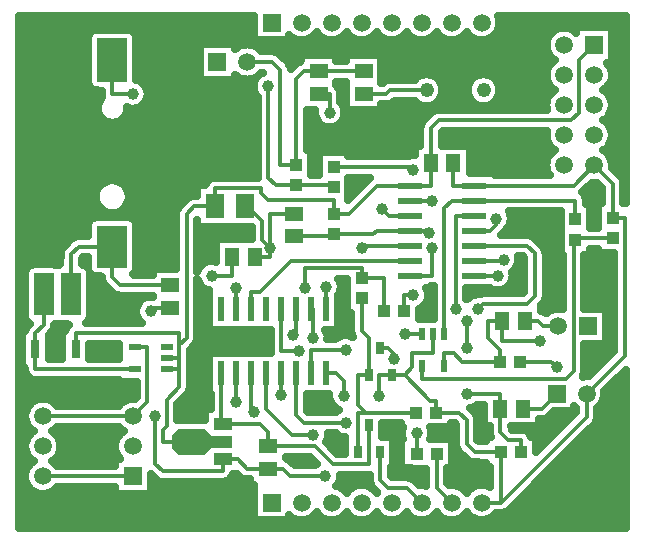
<source format=gbr>
G04 DipTrace 3.2.0.1*
G04 Top.gbr*
%MOIN*%
G04 #@! TF.FileFunction,Copper,L1,Top*
G04 #@! TF.Part,Single*
%AMOUTLINE0*
4,1,4,
0.051181,0.072047,
0.051181,-0.072047,
-0.051181,-0.072047,
-0.051181,0.072047,
0.051181,0.072047,
0*%
%AMOUTLINE3*
4,1,4,
0.051181,0.069685,
0.051181,-0.069685,
-0.051181,-0.069685,
-0.051181,0.069685,
0.051181,0.069685,
0*%
%AMOUTLINE6*
4,1,4,
0.033465,-0.070866,
-0.033465,-0.070866,
-0.033465,0.070866,
0.033465,0.070866,
0.033465,-0.070866,
0*%
%AMOUTLINE9*
4,1,4,
-0.033465,-0.070866,
0.033465,-0.070866,
0.033465,0.070866,
-0.033465,0.070866,
-0.033465,-0.070866,
0*%
%AMOUTLINE12*
4,1,10,
0.100394,0.019685,
0.033465,0.019685,
0.009843,0.043307,
-0.076772,0.043307,
-0.100394,0.019685,
-0.100394,-0.019685,
-0.076772,-0.043307,
0.009843,-0.043307,
0.033465,-0.019685,
0.100394,-0.019685,
0.100394,0.019685,
0*%
G04 #@! TA.AperFunction,Conductor*
%ADD14C,0.011811*%
G04 #@! TA.AperFunction,CopperBalancing*
%ADD15C,0.025*%
%ADD17R,0.059055X0.051181*%
%ADD18R,0.051181X0.059055*%
%ADD20R,0.061995X0.081995*%
%ADD22R,0.031496X0.062992*%
G04 #@! TA.AperFunction,ComponentPad*
%ADD23R,0.059055X0.059055*%
%ADD24C,0.059055*%
%ADD25R,0.043307X0.03937*%
%ADD26R,0.03937X0.043307*%
%ADD27R,0.07874X0.023622*%
%ADD29R,0.059055X0.03937*%
%ADD31R,0.025591X0.041339*%
%ADD33R,0.043307X0.023622*%
%ADD35R,0.023622X0.043307*%
%ADD36R,0.023622X0.07874*%
G04 #@! TA.AperFunction,ComponentPad*
%ADD37C,0.048*%
G04 #@! TA.AperFunction,ViaPad*
%ADD38C,0.03937*%
%ADD80OUTLINE0*%
%ADD83OUTLINE3*%
%ADD86OUTLINE6*%
%ADD89OUTLINE9*%
%ADD92OUTLINE12*%
%FSLAX26Y26*%
G04*
G70*
G90*
G75*
G01*
G04 Top*
%LPD*%
X1822788Y1378595D2*
D14*
Y1286073D1*
X1749951D1*
X1468701Y1249685D2*
Y1173672D1*
X1362349Y1417407D2*
X1493585D1*
Y1423467D1*
X1749951Y1436073D2*
X1812302D1*
Y1429717D1*
X1493585Y1423467D2*
X1624760D1*
X1637366Y1436073D1*
X1749951D1*
X1318701Y888236D2*
Y961073D1*
X2060977Y1339225D2*
X2057825Y1336073D1*
X1962550D1*
X1533662Y1038929D2*
X1418701D1*
Y961073D1*
X1962550Y1286073D2*
X2041295Y1286075D1*
X618677Y1223488D2*
Y1357014D1*
X644272Y1382609D1*
X756152D1*
Y1280326D1*
X781744Y1254735D1*
X949892D1*
X1893354Y1660942D2*
Y1586073D1*
X1962550D1*
X2337257Y892273D2*
Y815478D1*
X2051590Y529811D1*
X1987357D1*
X1206126Y1998407D2*
X1289921D1*
X1315512Y1972816D1*
Y1654693D1*
X1368598D1*
X1466099Y618394D2*
X1350193D1*
X1326098Y642488D1*
X1274858D1*
X1362349Y1492210D2*
X1281108D1*
Y1379722D1*
X1835486Y829780D2*
Y869154D1*
X1816019D1*
X1730406Y954767D1*
X1755996Y980357D1*
Y1027292D1*
X1824895D1*
Y1092252D1*
X2243496Y1117249D2*
X2193512D1*
X2176107Y1134654D1*
Y1135997D1*
X2130829D1*
X824906Y817302D2*
X872433Y864829D1*
Y1048318D1*
X831094D1*
X1281108Y1379722D2*
X1256110Y1404719D1*
Y1467213D1*
X1210209Y1513114D1*
Y1517207D1*
X1199866D1*
X949892Y1179932D2*
X883961D1*
Y1167434D1*
X1527756Y886583D2*
Y935481D1*
X1502163Y961073D1*
X1468701D1*
X824906Y1891666D2*
X756152D1*
Y2004656D1*
X2051590Y529811D2*
X2051591Y698543D1*
X2424738Y1477898D2*
X2464110D1*
Y1019126D1*
X2337257Y892273D1*
X2362244Y1654651D2*
X2424738Y1592157D1*
Y1477898D1*
X1962550Y1586073D2*
X2293667D1*
X2362244Y1654651D1*
X1730406Y954767D2*
X1719610D1*
Y954766D1*
X1687126D1*
X2051591Y698543D2*
X1963736D1*
X1938146Y724134D1*
Y804189D1*
X1912555Y829780D1*
X1835486D1*
X1443591Y1966971D2*
X1530299D1*
X1593575D1*
X1368598Y1654693D2*
Y1941376D1*
X1394193Y1966971D1*
X1443591D1*
X1124874Y673546D2*
Y634173D1*
X923615D1*
X898024Y659764D1*
Y817303D1*
X1274858Y642488D2*
X1205144D1*
X1174087Y673546D1*
X1124874D1*
X1281108Y1379722D2*
Y1348475D1*
X1230924D1*
X1687126Y954766D2*
X1644807D1*
Y886583D1*
X524906Y817302D2*
X824906D1*
X528126Y1223488D2*
Y1121627D1*
X499940Y1093441D1*
Y1042257D1*
Y973514D1*
X831094D1*
X2362244Y2054651D2*
X2311457Y2003864D1*
Y1829457D1*
X2285866Y1803866D1*
X1844141D1*
X1818551Y1778276D1*
Y1660942D1*
X1099866Y1517207D2*
X1029913D1*
X1004323Y1491617D1*
Y1079816D1*
X978732Y1054225D1*
Y1010916D1*
Y973514D1*
Y914334D1*
X937394Y872996D1*
Y784485D1*
X923614Y770705D1*
Y732601D1*
X1054008D1*
X978732Y1054225D2*
Y1093441D1*
X633798D1*
Y1042257D1*
X1862297Y985953D2*
Y1027292D1*
X1893795D1*
X1922669Y998417D1*
X2049682D1*
X978732Y1010916D2*
X937394D1*
X1493585Y1490396D2*
Y1537488D1*
X1276142D1*
X1250551Y1563079D1*
Y1577894D1*
X1099866D1*
Y1517207D1*
X1749951Y1586073D2*
X1639527D1*
X1543850Y1490396D1*
X1493585D1*
X1818551Y1660942D2*
Y1586073D1*
X1749951D1*
X937394Y973514D2*
X978732D1*
X937394D2*
X938886D1*
X2056026Y1135997D2*
Y1068040D1*
X2180504D1*
X2049682Y998417D2*
Y1037787D1*
X2008347Y1079123D1*
Y1135997D1*
X2056026D1*
X1481087Y1829457D2*
Y1892168D1*
X1443591D1*
X1656650Y1507921D2*
X1678497Y1486073D1*
X1749951D1*
X1803533Y1904667D2*
X1682484D1*
X1669985Y1892168D1*
X1593575D1*
X1749951Y1536073D2*
X1822788Y1536075D1*
X1118701Y961073D2*
Y791656D1*
X1124874D1*
X1274858Y717291D2*
X1430866D1*
X1490394Y657764D1*
X1612228D1*
Y789094D1*
X1124874Y791656D2*
X1249264D1*
X1274858Y766062D1*
Y717291D1*
X1087209Y1285878D2*
X1156121D1*
Y1348475D1*
X1749951Y1386073D2*
X1589032D1*
Y1378599D1*
X824906Y617302D2*
X524906D1*
X2237257Y892273D2*
X2187262Y842278D1*
X2124769D1*
X2237256Y981095D2*
X2219933Y998417D1*
X2116612D1*
X1939252Y891492D2*
X2049966D1*
Y842278D1*
X1731060Y1092252D2*
X1787493D1*
X1939252Y1046591D2*
Y1134134D1*
X2049966Y842278D2*
Y763505D1*
X2075557Y737914D1*
X2118520D1*
Y698543D1*
X2299751Y1473462D2*
Y1536073D1*
X1962550D1*
X1887888D1*
X1862297Y1510482D1*
Y1092252D1*
X2424738Y1410969D2*
X2299751D1*
Y1406533D1*
X2294283D1*
Y967078D1*
X2268693Y941488D1*
X1787493D1*
Y985953D1*
X1770370Y761040D2*
Y692294D1*
X1695988Y1008902D2*
Y1025633D1*
X1676303Y1045318D1*
X1649724D1*
X1759366Y1220394D2*
X1729247D1*
Y1167244D1*
X2035386Y1475445D2*
Y1455759D1*
X2015700Y1436073D1*
X1962550D1*
X1759492Y1639898D2*
X1750946Y1648444D1*
X1493585D1*
X1368598Y1587764D2*
X1301733D1*
X1276142Y1613355D1*
Y1917256D1*
X1493585Y1581514D2*
Y1587764D1*
X1368598D1*
X1218701Y1173672D2*
Y1232729D1*
X1250119D1*
X1353463Y1336073D1*
X1749951D1*
X1400197Y1246508D2*
Y1310979D1*
X1587325D1*
Y1279732D1*
X1168701Y1246508D2*
Y1173672D1*
X1587325Y1279732D2*
X1662318D1*
Y1167244D1*
X1768556Y829780D2*
X1600418D1*
X1574827Y855371D1*
Y954766D1*
X1612323D1*
Y1077123D1*
X1587325Y1102120D1*
Y1212803D1*
X1600418Y829780D2*
X1574827D1*
Y698543D1*
X1887357Y529811D2*
X1837299Y579869D1*
Y692294D1*
X1901670Y1173504D2*
Y1486073D1*
X1962550D1*
X1358071Y1087059D2*
X1368701Y1097689D1*
Y1173672D1*
X1379331Y1033910D2*
X1318701D1*
Y1173672D1*
X1976835Y1175370D2*
X1993520Y1192055D1*
X2139716D1*
X2165307Y1217646D1*
Y1360481D1*
X2139714Y1386073D1*
X1962550D1*
X1229331Y831028D2*
X1218701Y841658D1*
Y961073D1*
X1168701Y866524D2*
Y961073D1*
X1426729Y756662D2*
X1354366D1*
X1268701Y842327D1*
Y961073D1*
X1535457Y796032D2*
X1394291D1*
X1368701Y821622D1*
Y961073D1*
X1424843Y1079753D2*
Y1173672D1*
X1418701D1*
X1787357Y529811D2*
X1738144Y579024D1*
X1675225D1*
X1649630Y604619D1*
Y698543D1*
D38*
X1468701Y1249685D3*
X1822788Y1378595D3*
X1812302Y1429717D3*
X1318701Y888236D3*
X2060977Y1339225D3*
X1533662Y1038929D3*
X2041295Y1286075D3*
X898024Y817303D3*
X1644807Y886583D3*
X883961Y1167434D3*
X1466099Y618394D3*
X1527756Y886583D3*
X1281108Y1379722D3*
X824906Y1891666D3*
X2180504Y1068040D3*
X1481087Y1829457D3*
X1656650Y1507921D3*
X1822788Y1536075D3*
X1087209Y1285878D3*
X1589032Y1378599D3*
X2237256Y981095D3*
X1731060Y1092252D3*
X1939252Y1134134D3*
Y1046591D3*
Y891492D3*
X1695988Y1008902D3*
X1770370Y761040D3*
X1759366Y1220394D3*
X1759492Y1639898D3*
X2035386Y1475445D3*
X1276142Y1917256D3*
X1400197Y1246508D3*
X1168701D3*
X1358071Y1087059D3*
X1901670Y1173504D3*
X1379331Y1033910D3*
X1229331Y831028D3*
X1976835Y1175370D3*
X1168701Y866524D3*
X1426729Y756662D3*
X1535457Y796032D3*
X1424843Y1079753D3*
X448089Y2126608D2*
D15*
X1226082D1*
X2048559D2*
X2465306D1*
X448089Y2101739D2*
X687352D1*
X824945D2*
X1226082D1*
X2041598D2*
X2224559D1*
X2423513D2*
X2465306D1*
X448089Y2076870D2*
X673214D1*
X839083D2*
X1226082D1*
X1348638D2*
X1358989D1*
X1415742D2*
X1458970D1*
X1515751D2*
X1558979D1*
X1615724D2*
X1658989D1*
X1715734D2*
X1758998D1*
X1815743D2*
X1858971D1*
X1915716D2*
X1958980D1*
X2015725D2*
X2205325D1*
X2423513D2*
X2465306D1*
X448089Y2052001D2*
X673214D1*
X839083D2*
X1044867D1*
X1167387D2*
X1179504D1*
X1232768D2*
X2201019D1*
X2423513D2*
X2465306D1*
X448089Y2027133D2*
X673214D1*
X839083D2*
X1044867D1*
X1312682D2*
X2207801D1*
X2423513D2*
X2465306D1*
X448089Y2002264D2*
X673214D1*
X839083D2*
X1044867D1*
X1338268D2*
X1382322D1*
X1504878D2*
X1532282D1*
X1654838D2*
X2225277D1*
X2423513D2*
X2465306D1*
X448089Y1977395D2*
X673214D1*
X839083D2*
X1044867D1*
X1654838D2*
X2205541D1*
X2418956D2*
X2465306D1*
X448089Y1952526D2*
X673214D1*
X839083D2*
X1044867D1*
X1654838D2*
X1777693D1*
X1829379D2*
X1967700D1*
X2019386D2*
X2201019D1*
X2423477D2*
X2465306D1*
X448089Y1927657D2*
X673645D1*
X860542D2*
X1225831D1*
X1504878D2*
X1532282D1*
X1854067D2*
X1943012D1*
X2044074D2*
X2207550D1*
X2416946D2*
X2465306D1*
X448089Y1902789D2*
X718500D1*
X875075D2*
X1226907D1*
X1517115D2*
X1532282D1*
X1859234D2*
X1937809D1*
X2049241D2*
X2226030D1*
X2398466D2*
X2465306D1*
X448089Y1877920D2*
X717998D1*
X874357D2*
X1238498D1*
X1518729D2*
X1532282D1*
X1852093D2*
X1944986D1*
X2042064D2*
X2205756D1*
X2418705D2*
X2465306D1*
X448089Y1853051D2*
X705474D1*
X857456D2*
X1238498D1*
X1654838D2*
X1787956D1*
X1819116D2*
X1977963D1*
X2009123D2*
X2200983D1*
X2423513D2*
X2465306D1*
X448089Y1828182D2*
X707483D1*
X804814D2*
X1238498D1*
X1406268D2*
X1429653D1*
X1532509D2*
X1816233D1*
X2417234D2*
X2465306D1*
X448089Y1803314D2*
X727112D1*
X785185D2*
X1238498D1*
X1406268D2*
X1437224D1*
X1524937D2*
X1791365D1*
X2397713D2*
X2465306D1*
X448089Y1778445D2*
X1238498D1*
X1406268D2*
X1780887D1*
X2418489D2*
X2465306D1*
X448089Y1753576D2*
X1238498D1*
X1406268D2*
X1780887D1*
X1856220D2*
X2200983D1*
X2423513D2*
X2465306D1*
X448089Y1728707D2*
X1238498D1*
X1406268D2*
X1780887D1*
X1856220D2*
X2207012D1*
X2417485D2*
X2465306D1*
X448089Y1703839D2*
X1238498D1*
X1420048D2*
X1761223D1*
X1950703D2*
X2227574D1*
X2396923D2*
X2465306D1*
X448089Y1678970D2*
X1238498D1*
X1420048D2*
X1442140D1*
X1950703D2*
X2206222D1*
X2418238D2*
X2465306D1*
X448089Y1654101D2*
X1238498D1*
X1420048D2*
X1442140D1*
X1950703D2*
X2200983D1*
X2423513D2*
X2465306D1*
X448089Y1629232D2*
X1238498D1*
X1420048D2*
X1442140D1*
X1950703D2*
X2206761D1*
X2439876D2*
X2465306D1*
X448089Y1604364D2*
X1074220D1*
X1545033D2*
X1605593D1*
X448089Y1579495D2*
X707986D1*
X804311D2*
X1037116D1*
X1545033D2*
X1580725D1*
X2339293D2*
X2385177D1*
X448089Y1554626D2*
X699087D1*
X813210D2*
X1037116D1*
X1545033D2*
X1555857D1*
X2332116D2*
X2387079D1*
X448089Y1529757D2*
X702352D1*
X809945D2*
X990251D1*
X2337391D2*
X2387079D1*
X448089Y1504888D2*
X721263D1*
X791034D2*
X969259D1*
X2351171D2*
X2373299D1*
X448089Y1480020D2*
X693166D1*
X819131D2*
X966675D1*
X2086597D2*
X2248315D1*
X2351171D2*
X2373299D1*
X448089Y1455151D2*
X673358D1*
X838939D2*
X966675D1*
X2082398D2*
X2248315D1*
X2351171D2*
X2373299D1*
X448089Y1430282D2*
X673214D1*
X839083D2*
X966675D1*
X1041972D2*
X1218474D1*
X2062124D2*
X2248315D1*
X448089Y1405413D2*
X614866D1*
X839083D2*
X966675D1*
X1041972D2*
X1098765D1*
X2172575D2*
X2248315D1*
X448089Y1380545D2*
X590070D1*
X839083D2*
X966675D1*
X1041972D2*
X1098765D1*
X2196689D2*
X2248315D1*
X448089Y1355676D2*
X581028D1*
X839083D2*
X966675D1*
X1041972D2*
X1098765D1*
X2202969D2*
X2248315D1*
X2351171D2*
X2426444D1*
X448089Y1330807D2*
X581028D1*
X656325D2*
X673214D1*
X839083D2*
X966675D1*
X1041972D2*
X1065321D1*
X2111680D2*
X2127636D1*
X2202969D2*
X2256640D1*
X2331937D2*
X2426444D1*
X448089Y1305938D2*
X465301D1*
X838222D2*
X888627D1*
X2099336D2*
X2127636D1*
X2202969D2*
X2256640D1*
X2331937D2*
X2426444D1*
X448089Y1281070D2*
X462897D1*
X683884D2*
X718500D1*
X2092482D2*
X2127636D1*
X2202969D2*
X2256640D1*
X2331937D2*
X2426444D1*
X448089Y1256201D2*
X462897D1*
X683884D2*
X728081D1*
X1519698D2*
X1535906D1*
X2082542D2*
X2127636D1*
X2202969D2*
X2256640D1*
X2331937D2*
X2426444D1*
X448089Y1231332D2*
X462897D1*
X683884D2*
X752949D1*
X1041972D2*
X1075153D1*
X1516576D2*
X1535906D1*
X1809571D2*
X1824630D1*
X1939328D2*
X2126775D1*
X2202969D2*
X2256640D1*
X2331937D2*
X2426444D1*
X448089Y1206463D2*
X462897D1*
X683884D2*
X851953D1*
X1041972D2*
X1075153D1*
X1512270D2*
X1535906D1*
X1808781D2*
X1824630D1*
X2201139D2*
X2256640D1*
X2331937D2*
X2426444D1*
X448089Y1181594D2*
X462897D1*
X683884D2*
X834621D1*
X1041972D2*
X1075153D1*
X1512270D2*
X1535906D1*
X1791700D2*
X1824630D1*
X2188185D2*
X2256640D1*
X2331937D2*
X2426444D1*
X448089Y1156726D2*
X462897D1*
X683884D2*
X833724D1*
X1041972D2*
X1075153D1*
X1512270D2*
X1549685D1*
X1782658D2*
X1824630D1*
X2404782D2*
X2426444D1*
X448089Y1131857D2*
X471581D1*
X675236D2*
X847862D1*
X1041972D2*
X1075153D1*
X1512270D2*
X1549685D1*
X2404782D2*
X2426444D1*
X448089Y1106988D2*
X465014D1*
X562595D2*
X598862D1*
X1041972D2*
X1075153D1*
X1512270D2*
X1549685D1*
X2404782D2*
X2426444D1*
X547452Y1082119D2*
X586303D1*
X1041972D2*
X1281056D1*
X1476207D2*
X1508167D1*
X2404782D2*
X2426444D1*
X547452Y1057251D2*
X586303D1*
X681300D2*
X777709D1*
X1033790D2*
X1281056D1*
X2331937D2*
X2426444D1*
X547452Y1032382D2*
X586303D1*
X681300D2*
X777709D1*
X1016387D2*
X1281092D1*
X2331937D2*
X2425152D1*
X1016387Y1007513D2*
X1075153D1*
X2331937D2*
X2400284D1*
X1016387Y982644D2*
X1075153D1*
X2331937D2*
X2375416D1*
X448089Y957776D2*
X466019D1*
X1016387D2*
X1075153D1*
X2330681D2*
X2350549D1*
X2454984D2*
X2465306D1*
X448089Y932907D2*
X777709D1*
X1016387D2*
X1075153D1*
X2430116D2*
X2465306D1*
X448089Y908038D2*
X834765D1*
X1015813D2*
X1075153D1*
X2405248D2*
X2465306D1*
X448089Y883169D2*
X834765D1*
X999772D2*
X1081038D1*
X1406340D2*
X1476446D1*
X2397820D2*
X2465306D1*
X448089Y858301D2*
X480301D1*
X569521D2*
X780293D1*
X975048D2*
X1081038D1*
X1406340D2*
X1485309D1*
X2387737D2*
X2465306D1*
X448089Y833432D2*
X465875D1*
X975048D2*
X1063598D1*
X1409103D2*
X1501385D1*
X1961110D2*
X1992640D1*
X2230636D2*
X2299593D1*
X2374926D2*
X2465306D1*
X448089Y808563D2*
X464296D1*
X975048D2*
X1063598D1*
X1975535D2*
X1992640D1*
X2199704D2*
X2278134D1*
X2374208D2*
X2465306D1*
X448089Y783694D2*
X474200D1*
X1656776D2*
X1715147D1*
X1888875D2*
X1900489D1*
X1975786D2*
X1992640D1*
X2182120D2*
X2253267D1*
X2357702D2*
X2465306D1*
X448089Y758825D2*
X480803D1*
X569019D2*
X780795D1*
X1478108D2*
X1501170D1*
X1656776D2*
X1718987D1*
X1821735D2*
X1900489D1*
X1975786D2*
X2012627D1*
X2149286D2*
X2228399D1*
X2332834D2*
X2465306D1*
X448089Y733957D2*
X466055D1*
X583767D2*
X766046D1*
X1472582D2*
X1530272D1*
X1694167D2*
X1716977D1*
X1890705D2*
X1900502D1*
X1980523D2*
X1998202D1*
X2171929D2*
X2203531D1*
X2307966D2*
X2465306D1*
X448089Y709088D2*
X464225D1*
X585597D2*
X764216D1*
X1491278D2*
X1530272D1*
X1694167D2*
X1716977D1*
X1890705D2*
X1903862D1*
X2283098D2*
X2465306D1*
X448089Y684219D2*
X473842D1*
X575980D2*
X773833D1*
X1694167D2*
X1716977D1*
X1890705D2*
X1925859D1*
X2258231D2*
X2465306D1*
X448089Y659350D2*
X481341D1*
X568480D2*
X763642D1*
X1361449D2*
X1436578D1*
X1694167D2*
X1716977D1*
X1890705D2*
X1998202D1*
X2233327D2*
X2465306D1*
X448089Y634482D2*
X466198D1*
X1687277D2*
X1799655D1*
X1874952D2*
X2013919D1*
X2208459D2*
X2465306D1*
X448089Y609613D2*
X464153D1*
X886199D2*
X895947D1*
X1152531D2*
X1190198D1*
X1516720D2*
X1611980D1*
X1757969D2*
X1799655D1*
X1874952D2*
X2013919D1*
X2183592D2*
X2465306D1*
X448089Y584744D2*
X473483D1*
X886199D2*
X1226082D1*
X1510763D2*
X1563967D1*
X1910764D2*
X1963968D1*
X2158724D2*
X2465306D1*
X448089Y559875D2*
X509869D1*
X539916D2*
X763642D1*
X886199D2*
X1226082D1*
X2133856D2*
X2465306D1*
X448089Y535007D2*
X1226082D1*
X2108988D2*
X2465306D1*
X448089Y510138D2*
X1226082D1*
X2084121D2*
X2465306D1*
X448089Y485269D2*
X1226082D1*
X1428194D2*
X1446518D1*
X1528203D2*
X1546492D1*
X1628212D2*
X1646501D1*
X1728221D2*
X1746510D1*
X1828195D2*
X1846519D1*
X1928204D2*
X1946493D1*
X2028213D2*
X2465306D1*
X448089Y460400D2*
X2465306D1*
X900303Y1309573D2*
X969165D1*
X969278Y1494375D1*
X970141Y1499823D1*
X971845Y1505070D1*
X974349Y1509985D1*
X977592Y1514447D1*
X1005056Y1542065D1*
X1009251Y1545647D1*
X1013954Y1548529D1*
X1019050Y1550640D1*
X1024414Y1551928D1*
X1029924Y1552360D1*
X1039638Y1552361D1*
X1039621Y1587453D1*
X1066068D1*
X1067388Y1591347D1*
X1069893Y1596262D1*
X1073135Y1600724D1*
X1077036Y1604625D1*
X1081498Y1607867D1*
X1086413Y1610372D1*
X1091660Y1612076D1*
X1097108Y1612939D1*
X1154984Y1613047D1*
X1240999D1*
X1240988Y1883240D1*
X1236554Y1888494D1*
X1232542Y1895041D1*
X1229604Y1902135D1*
X1227811Y1909601D1*
X1227209Y1917256D1*
X1227811Y1924911D1*
X1229604Y1932377D1*
X1232542Y1939471D1*
X1236554Y1946018D1*
X1240492Y1950722D1*
X1232810Y1946037D1*
X1224289Y1942508D1*
X1215321Y1940355D1*
X1206126Y1939631D1*
X1196931Y1940355D1*
X1187963Y1942508D1*
X1179442Y1946037D1*
X1171579Y1950856D1*
X1164896Y1956540D1*
X1164902Y1939631D1*
X1047350D1*
Y2057182D1*
X1164902D1*
Y2040281D1*
X1171579Y2045957D1*
X1179442Y2050776D1*
X1187963Y2054306D1*
X1196931Y2056459D1*
X1206126Y2057182D1*
X1215321Y2056459D1*
X1224289Y2054306D1*
X1232810Y2050776D1*
X1240673Y2045957D1*
X1247687Y2039967D1*
X1253197Y2033563D1*
X1292679Y2033452D1*
X1298127Y2032589D1*
X1303374Y2030885D1*
X1308289Y2028380D1*
X1312751Y2025138D1*
X1340369Y1997673D1*
X1343952Y1993479D1*
X1346834Y1988775D1*
X1348945Y1983679D1*
X1350233Y1978315D1*
X1350557Y1975563D1*
X1356732Y1979225D1*
X1371363Y1993702D1*
X1375825Y1996945D1*
X1380740Y1999449D1*
X1383340Y2000407D1*
X1384815Y2003996D1*
Y2021810D1*
X1502366D1*
Y2002109D1*
X1534784Y2002125D1*
X1534799Y2021810D1*
X1652350D1*
Y1927327D1*
X1657626Y1929524D1*
X1661821Y1933107D1*
X1666524Y1935989D1*
X1671621Y1938100D1*
X1676984Y1939387D1*
X1682494Y1939820D1*
X1763546D1*
X1768951Y1945157D1*
X1775711Y1950068D1*
X1783156Y1953861D1*
X1791102Y1956443D1*
X1799355Y1957751D1*
X1807711D1*
X1815963Y1956443D1*
X1823910Y1953861D1*
X1831355Y1950068D1*
X1838115Y1945157D1*
X1844023Y1939248D1*
X1848934Y1932489D1*
X1852728Y1925044D1*
X1855310Y1917097D1*
X1856617Y1908844D1*
Y1900489D1*
X1855310Y1892236D1*
X1852728Y1884290D1*
X1848934Y1876845D1*
X1844023Y1870085D1*
X1838115Y1864177D1*
X1831355Y1859265D1*
X1823910Y1855472D1*
X1815963Y1852890D1*
X1807711Y1851583D1*
X1799355D1*
X1791102Y1852890D1*
X1783156Y1855472D1*
X1775711Y1859265D1*
X1768951Y1864177D1*
X1763564Y1869521D1*
X1697064Y1869513D1*
X1692815Y1865437D1*
X1688353Y1862195D1*
X1683438Y1859690D1*
X1678191Y1857986D1*
X1672743Y1857123D1*
X1652366Y1857014D1*
X1652350Y1837329D1*
X1534799D1*
Y1931812D1*
X1502345Y1931817D1*
X1502366Y1920119D1*
X1505944Y1917025D1*
X1509527Y1912831D1*
X1512409Y1908127D1*
X1514520Y1903031D1*
X1515808Y1897667D1*
X1516240Y1892157D1*
Y1863497D1*
X1520674Y1858219D1*
X1524686Y1851672D1*
X1527625Y1844578D1*
X1529417Y1837112D1*
X1530020Y1829457D1*
X1529417Y1821802D1*
X1527625Y1814336D1*
X1524686Y1807242D1*
X1520674Y1800695D1*
X1515688Y1794856D1*
X1509849Y1789869D1*
X1503302Y1785857D1*
X1496208Y1782919D1*
X1488742Y1781126D1*
X1481087Y1780524D1*
X1473432Y1781126D1*
X1465966Y1782919D1*
X1458872Y1785857D1*
X1452325Y1789869D1*
X1446486Y1794856D1*
X1441499Y1800695D1*
X1437487Y1807242D1*
X1434549Y1814336D1*
X1432756Y1821802D1*
X1432154Y1829457D1*
X1432800Y1837332D1*
X1403721Y1837329D1*
X1403752Y1705581D1*
X1417532Y1705594D1*
Y1622912D1*
X1444637Y1622917D1*
X1444652Y1699345D1*
X1542518D1*
Y1683592D1*
X1737490Y1683597D1*
X1744371Y1686436D1*
X1751837Y1688228D1*
X1759492Y1688831D1*
X1763704Y1688636D1*
X1763713Y1719718D1*
X1783413D1*
X1783506Y1781034D1*
X1784369Y1786483D1*
X1786074Y1791729D1*
X1788578Y1796644D1*
X1791820Y1801107D1*
X1819283Y1828723D1*
X1823478Y1832306D1*
X1828181Y1835188D1*
X1833278Y1837299D1*
X1838642Y1838587D1*
X1844152Y1839019D1*
X2205602D1*
X2204192Y1845456D1*
X2203469Y1854651D1*
X2204192Y1863845D1*
X2206345Y1872814D1*
X2209875Y1881334D1*
X2214694Y1889198D1*
X2220683Y1896212D1*
X2227697Y1902201D1*
X2231369Y1904655D1*
X2224072Y1909958D1*
X2217551Y1916479D1*
X2212130Y1923941D1*
X2207943Y1932158D1*
X2205092Y1940930D1*
X2203650Y1950039D1*
Y1959262D1*
X2205092Y1968372D1*
X2207943Y1977143D1*
X2212130Y1985361D1*
X2217551Y1992823D1*
X2224072Y1999344D1*
X2231369Y2004655D1*
X2224072Y2009958D1*
X2217551Y2016479D1*
X2212130Y2023941D1*
X2207943Y2032158D1*
X2205092Y2040930D1*
X2203650Y2050039D1*
Y2059262D1*
X2205092Y2068372D1*
X2207943Y2077143D1*
X2212130Y2085361D1*
X2217551Y2092823D1*
X2224072Y2099344D1*
X2231534Y2104765D1*
X2239752Y2108952D1*
X2248523Y2111803D1*
X2257633Y2113245D1*
X2266856D1*
X2275965Y2111803D1*
X2284737Y2108952D1*
X2292954Y2104765D1*
X2300416Y2099344D1*
X2303474Y2096517D1*
X2303469Y2113426D1*
X2421020D1*
Y1995875D1*
X2404119D1*
X2409795Y1989198D1*
X2414614Y1981334D1*
X2418143Y1972814D1*
X2420296Y1963845D1*
X2421020Y1954651D1*
X2420296Y1945456D1*
X2418143Y1936488D1*
X2414614Y1927967D1*
X2409795Y1920103D1*
X2403805Y1913090D1*
X2396792Y1907100D1*
X2393119Y1904647D1*
X2400416Y1899344D1*
X2406937Y1892823D1*
X2412359Y1885361D1*
X2416546Y1877143D1*
X2419396Y1868372D1*
X2420838Y1859262D1*
Y1850039D1*
X2419396Y1840930D1*
X2416546Y1832158D1*
X2412359Y1823941D1*
X2406937Y1816479D1*
X2400416Y1809958D1*
X2393119Y1804647D1*
X2400416Y1799344D1*
X2406937Y1792823D1*
X2412359Y1785361D1*
X2416546Y1777143D1*
X2419396Y1768372D1*
X2420838Y1759262D1*
Y1750039D1*
X2419396Y1740930D1*
X2416546Y1732158D1*
X2412359Y1723941D1*
X2406937Y1716479D1*
X2400416Y1709958D1*
X2393119Y1704647D1*
X2400416Y1699344D1*
X2406937Y1692823D1*
X2412359Y1685361D1*
X2416546Y1677143D1*
X2419396Y1668372D1*
X2420838Y1659262D1*
Y1650039D1*
X2420387Y1646226D1*
X2451469Y1614988D1*
X2454711Y1610525D1*
X2457215Y1605610D1*
X2458920Y1600364D1*
X2459783Y1594916D1*
X2459891Y1537039D1*
Y1528822D1*
X2467832Y1528799D1*
X2467815Y2151443D1*
X2041918Y2151476D1*
X2044509Y2143364D1*
X2045951Y2134255D1*
Y2125032D1*
X2044509Y2115922D1*
X2041659Y2107151D1*
X2037471Y2098933D1*
X2032050Y2091471D1*
X2025529Y2084950D1*
X2018067Y2079529D1*
X2009849Y2075341D1*
X2001078Y2072491D1*
X1991968Y2071049D1*
X1982745D1*
X1973636Y2072491D1*
X1964865Y2075341D1*
X1956647Y2079529D1*
X1949185Y2084950D1*
X1942664Y2091471D1*
X1937353Y2098768D1*
X1932050Y2091471D1*
X1925529Y2084950D1*
X1918067Y2079529D1*
X1909849Y2075341D1*
X1901078Y2072491D1*
X1891968Y2071049D1*
X1882745D1*
X1873636Y2072491D1*
X1864865Y2075341D1*
X1856647Y2079529D1*
X1849185Y2084950D1*
X1842664Y2091471D1*
X1837353Y2098768D1*
X1832050Y2091471D1*
X1825529Y2084950D1*
X1818067Y2079529D1*
X1809849Y2075341D1*
X1801078Y2072491D1*
X1791968Y2071049D1*
X1782745D1*
X1773636Y2072491D1*
X1764865Y2075341D1*
X1756647Y2079529D1*
X1749185Y2084950D1*
X1742664Y2091471D1*
X1737353Y2098768D1*
X1732050Y2091471D1*
X1725529Y2084950D1*
X1718067Y2079529D1*
X1709849Y2075341D1*
X1701078Y2072491D1*
X1691968Y2071049D1*
X1682745D1*
X1673636Y2072491D1*
X1664865Y2075341D1*
X1656647Y2079529D1*
X1649185Y2084950D1*
X1642664Y2091471D1*
X1637353Y2098768D1*
X1632050Y2091471D1*
X1625529Y2084950D1*
X1618067Y2079529D1*
X1609849Y2075341D1*
X1601078Y2072491D1*
X1591968Y2071049D1*
X1582745D1*
X1573636Y2072491D1*
X1564865Y2075341D1*
X1556647Y2079529D1*
X1549185Y2084950D1*
X1542664Y2091471D1*
X1537353Y2098768D1*
X1532050Y2091471D1*
X1525529Y2084950D1*
X1518067Y2079529D1*
X1509849Y2075341D1*
X1501078Y2072491D1*
X1491968Y2071049D1*
X1482745D1*
X1473636Y2072491D1*
X1464865Y2075341D1*
X1456647Y2079529D1*
X1449185Y2084950D1*
X1442664Y2091471D1*
X1437353Y2098768D1*
X1432050Y2091471D1*
X1425529Y2084950D1*
X1418067Y2079529D1*
X1409849Y2075341D1*
X1401078Y2072491D1*
X1391968Y2071049D1*
X1382745D1*
X1373636Y2072491D1*
X1364865Y2075341D1*
X1356647Y2079529D1*
X1349185Y2084950D1*
X1346127Y2087776D1*
X1346133Y2070867D1*
X1228581D1*
Y2151499D1*
X445574Y2151476D1*
X445571Y444227D1*
X2467812Y444193D1*
X2467815Y973149D1*
X2395413Y900714D1*
X2396033Y892273D1*
X2395309Y883078D1*
X2393156Y874110D1*
X2389627Y865589D1*
X2384808Y857726D1*
X2378818Y850712D1*
X2372413Y845202D1*
X2372302Y812720D1*
X2371440Y807272D1*
X2369735Y802026D1*
X2367231Y797111D1*
X2363988Y792648D1*
X2323140Y751647D1*
X2074420Y503080D1*
X2069958Y499838D1*
X2065043Y497333D1*
X2059796Y495629D1*
X2054348Y494766D1*
X2034473Y494657D1*
X2028918Y488250D1*
X2021904Y482261D1*
X2014041Y477442D1*
X2005520Y473912D1*
X1996551Y471759D1*
X1987357Y471035D1*
X1978162Y471759D1*
X1969194Y473912D1*
X1960673Y477442D1*
X1952810Y482261D1*
X1945796Y488250D1*
X1939807Y495264D1*
X1937353Y498936D1*
X1932050Y491639D1*
X1925529Y485118D1*
X1918067Y479697D1*
X1909849Y475509D1*
X1901078Y472659D1*
X1891968Y471217D1*
X1882745D1*
X1873636Y472659D1*
X1864865Y475509D1*
X1856647Y479697D1*
X1849185Y485118D1*
X1842664Y491639D1*
X1837353Y498936D1*
X1832050Y491639D1*
X1825529Y485118D1*
X1818067Y479697D1*
X1809849Y475509D1*
X1801078Y472659D1*
X1791968Y471217D1*
X1782745D1*
X1773636Y472659D1*
X1764865Y475509D1*
X1756647Y479697D1*
X1749185Y485118D1*
X1742664Y491639D1*
X1737353Y498936D1*
X1732050Y491639D1*
X1725529Y485118D1*
X1718067Y479697D1*
X1709849Y475509D1*
X1701078Y472659D1*
X1691968Y471217D1*
X1682745D1*
X1673636Y472659D1*
X1664865Y475509D1*
X1656647Y479697D1*
X1649185Y485118D1*
X1642664Y491639D1*
X1637353Y498936D1*
X1632050Y491639D1*
X1625529Y485118D1*
X1618067Y479697D1*
X1609849Y475509D1*
X1601078Y472659D1*
X1591968Y471217D1*
X1582745D1*
X1573636Y472659D1*
X1564865Y475509D1*
X1556647Y479697D1*
X1549185Y485118D1*
X1542664Y491639D1*
X1537353Y498936D1*
X1532050Y491639D1*
X1525529Y485118D1*
X1518067Y479697D1*
X1509849Y475509D1*
X1501078Y472659D1*
X1491968Y471217D1*
X1482745D1*
X1473636Y472659D1*
X1464865Y475509D1*
X1456647Y479697D1*
X1449185Y485118D1*
X1442664Y491639D1*
X1437353Y498936D1*
X1432050Y491639D1*
X1425529Y485118D1*
X1418067Y479697D1*
X1409849Y475509D1*
X1401078Y472659D1*
X1391968Y471217D1*
X1382745D1*
X1373636Y472659D1*
X1364865Y475509D1*
X1356647Y479697D1*
X1349185Y485118D1*
X1346127Y487944D1*
X1346133Y471035D1*
X1228582D1*
Y587643D1*
X1216083Y587649D1*
Y607350D1*
X1202386Y607443D1*
X1196938Y608306D1*
X1191692Y610011D1*
X1186777Y612515D1*
X1182314Y615757D1*
X1173309Y624609D1*
X1158710Y624613D1*
X1156196Y618213D1*
X1153314Y613510D1*
X1149731Y609316D1*
X1145537Y605733D1*
X1140833Y602851D1*
X1135737Y600740D1*
X1130373Y599452D1*
X1124874Y599019D1*
X920857Y599128D1*
X915408Y599991D1*
X910162Y601695D1*
X905247Y604200D1*
X900784Y607442D1*
X883660Y624413D1*
X883681Y558526D1*
X766130D1*
Y582174D1*
X572030Y582148D1*
X566466Y575741D1*
X559453Y569751D1*
X551589Y564932D1*
X543068Y561403D1*
X534100Y559250D1*
X524906Y558526D1*
X515711Y559250D1*
X506743Y561403D1*
X498222Y564932D1*
X490358Y569751D1*
X483345Y575741D1*
X477355Y582754D1*
X472536Y590618D1*
X469007Y599139D1*
X466854Y608107D1*
X466130Y617302D1*
X466854Y626496D1*
X469007Y635464D1*
X472536Y643985D1*
X477355Y651849D1*
X483345Y658862D1*
X490358Y664852D1*
X494030Y667306D1*
X486734Y672609D1*
X480212Y679130D1*
X474791Y686592D1*
X470604Y694809D1*
X467754Y703581D1*
X466311Y712690D1*
Y721913D1*
X467754Y731023D1*
X470604Y739794D1*
X474791Y748012D1*
X480212Y755474D1*
X486734Y761995D1*
X494030Y767306D1*
X486734Y772609D1*
X480212Y779130D1*
X474791Y786592D1*
X470604Y794809D1*
X467754Y803581D1*
X466311Y812690D1*
Y821913D1*
X467754Y831023D1*
X470604Y839794D1*
X474791Y848012D1*
X480212Y855474D1*
X486734Y861995D1*
X494195Y867416D1*
X502413Y871603D1*
X511185Y874453D1*
X520294Y875896D1*
X529517D1*
X538626Y874453D1*
X547398Y871603D1*
X555616Y867416D1*
X563077Y861995D1*
X569599Y855474D1*
X571976Y852458D1*
X777781Y852455D1*
X783345Y858862D1*
X790358Y864852D1*
X798222Y869671D1*
X806743Y873201D1*
X815711Y875354D1*
X824906Y876077D1*
X833330Y875445D1*
X837279Y883202D1*
Y932471D1*
X780193Y932455D1*
Y938376D1*
X497182Y938469D1*
X491733Y939332D1*
X486487Y941037D1*
X481572Y943541D1*
X477109Y946783D1*
X473209Y950684D1*
X469966Y955147D1*
X467462Y960062D1*
X465757Y965308D1*
X464894Y970756D1*
X464786Y973525D1*
X462259Y981513D1*
X454944D1*
Y1103001D1*
X466104D1*
X468618Y1109400D1*
X471500Y1114103D1*
X475090Y1118305D1*
X482720Y1125936D1*
X477470Y1128960D1*
X473980Y1131940D1*
X470999Y1135430D1*
X468601Y1139344D1*
X466845Y1143584D1*
X465773Y1148047D1*
X465413Y1152622D1*
X465503Y1296649D1*
X466221Y1301182D1*
X467640Y1305547D1*
X469723Y1309636D1*
X472421Y1313349D1*
X475666Y1316595D1*
X479379Y1319292D1*
X483469Y1321376D1*
X487834Y1322794D1*
X492367Y1323512D1*
X561591Y1323602D1*
X566166Y1323242D1*
X570629Y1322171D1*
X572791Y1321372D1*
X574020Y1321376D1*
X578385Y1322794D1*
X582927Y1323513D1*
X583523Y1324538D1*
X583632Y1359772D1*
X584495Y1365221D1*
X586199Y1370467D1*
X588704Y1375382D1*
X591946Y1379845D1*
X619414Y1407466D1*
X623609Y1411049D1*
X628312Y1413931D1*
X633409Y1416042D1*
X638773Y1417330D1*
X644283Y1417762D1*
X675742D1*
X675813Y1454589D1*
X676531Y1459122D1*
X677949Y1463487D1*
X680033Y1467576D1*
X682731Y1471289D1*
X685976Y1474534D1*
X689689Y1477232D1*
X693778Y1479316D1*
X698143Y1480734D1*
X702676Y1481452D1*
X787648Y1481542D1*
X809628Y1481452D1*
X814161Y1480734D1*
X818526Y1479316D1*
X822615Y1477232D1*
X826328Y1474534D1*
X829574Y1471289D1*
X832271Y1467576D1*
X834355Y1463487D1*
X835773Y1459122D1*
X836491Y1454589D1*
X836581Y1369617D1*
X836491Y1310629D1*
X835773Y1306096D1*
X834355Y1301731D1*
X832271Y1297642D1*
X829574Y1293929D1*
X826321Y1290678D1*
X827675Y1289888D1*
X891083D1*
X891117Y1309573D1*
X900303D1*
X891117Y1215865D2*
Y1219597D1*
X778986Y1219690D1*
X773537Y1220553D1*
X768291Y1222257D1*
X763376Y1224762D1*
X758913Y1228004D1*
X731295Y1255469D1*
X727712Y1259664D1*
X724830Y1264367D1*
X722719Y1269463D1*
X721431Y1274827D1*
X720999Y1280337D1*
X715470Y1283676D1*
X702676Y1283766D1*
X698143Y1284484D1*
X693778Y1285902D1*
X689689Y1287986D1*
X685976Y1290683D1*
X682725Y1293936D1*
X681390Y1294354D1*
X681300Y1150327D1*
X680582Y1145794D1*
X679163Y1141429D1*
X677080Y1137340D1*
X674382Y1133627D1*
X671137Y1130382D1*
X669326Y1128955D1*
X670543Y1128594D1*
X854163D1*
X849360Y1132833D1*
X844373Y1138672D1*
X840361Y1145219D1*
X837423Y1152313D1*
X835630Y1159779D1*
X835028Y1167434D1*
X835630Y1175089D1*
X837423Y1182555D1*
X840361Y1189649D1*
X844373Y1196196D1*
X849360Y1202035D1*
X855199Y1207022D1*
X861746Y1211034D1*
X868840Y1213972D1*
X876306Y1215765D1*
X883961Y1216367D1*
X891124Y1215823D1*
X1853674Y1719718D2*
X1948193D1*
Y1627101D1*
X2031168Y1627132D1*
Y1621211D1*
X2213919Y1621227D1*
X2209875Y1627967D1*
X2206345Y1636488D1*
X2204192Y1645456D1*
X2203469Y1654651D1*
X2204192Y1663845D1*
X2206345Y1672814D1*
X2209875Y1681334D1*
X2214694Y1689198D1*
X2220683Y1696212D1*
X2227697Y1702201D1*
X2231369Y1704655D1*
X2224072Y1709958D1*
X2217551Y1716479D1*
X2212130Y1723941D1*
X2207943Y1732158D1*
X2205092Y1740930D1*
X2203650Y1750039D1*
Y1759262D1*
X2205185Y1768701D1*
X1858736Y1768712D1*
X1853698Y1763708D1*
X1853705Y1719749D1*
X1333634Y682148D2*
Y676837D1*
X1339551Y674966D1*
X1344466Y672462D1*
X1348929Y669219D1*
X1364734Y653568D1*
X1432045Y653547D1*
X1437337Y657982D1*
X1439221Y659241D1*
X1416286Y682157D1*
X1333656Y682138D1*
X1110469Y1407251D2*
X1220977Y1407250D1*
X1220957Y1446955D1*
X1039621Y1446962D1*
X1039476Y1473244D1*
X1039628Y1297301D1*
X1042001Y1304604D1*
X1045486Y1311445D1*
X1050000Y1317657D1*
X1055429Y1323087D1*
X1061641Y1327600D1*
X1068483Y1331086D1*
X1075786Y1333459D1*
X1083370Y1334660D1*
X1091048D1*
X1098632Y1333459D1*
X1101275Y1332713D1*
X1101282Y1407251D1*
X1110469D1*
X2179608Y807145D2*
Y783502D1*
X2085104D1*
X2087815Y775371D1*
X2090124Y773062D1*
X2121278Y772959D1*
X2126726Y772096D1*
X2131972Y770392D1*
X2136887Y767887D1*
X2141350Y764645D1*
X2145251Y760744D1*
X2148493Y756282D1*
X2150997Y751367D1*
X2151956Y748767D1*
X2159482Y747476D1*
X2169422D1*
X2169639Y697574D1*
X2302116Y830052D1*
X2302104Y845154D1*
X2296028Y850406D1*
X2296033Y833497D1*
X2228176D1*
X2210093Y815547D1*
X2205630Y812305D1*
X2200715Y809801D1*
X2195469Y808096D1*
X2190021Y807233D1*
X2179619Y807125D1*
X2014843Y783502D2*
X1995127D1*
Y856311D1*
X1973281Y856338D1*
X1968014Y851904D1*
X1961467Y847892D1*
X1954373Y844954D1*
X1948570Y843492D1*
X1964877Y827019D1*
X1968119Y822557D1*
X1970624Y817642D1*
X1972328Y812395D1*
X1973191Y806947D1*
X1973299Y749071D1*
Y738700D1*
X1978304Y733691D1*
X2000661Y733697D1*
X2000689Y747476D1*
X2018644Y747545D1*
X2016533Y752642D1*
X2015245Y758006D1*
X2014813Y763516D1*
X2014812Y783492D1*
X2185668Y1188278D2*
Y1169833D1*
X2192066Y1167319D1*
X2196770Y1164437D1*
X2200971Y1160847D1*
X2205324Y1161943D1*
X2212786Y1167364D1*
X2221004Y1171551D1*
X2229775Y1174401D1*
X2238885Y1175844D1*
X2248108D1*
X2257217Y1174401D1*
X2259143Y1173858D1*
X2259129Y1355596D1*
X2250818Y1355631D1*
Y1500895D1*
X2077161Y1500920D1*
X2080594Y1494171D1*
X2082967Y1486868D1*
X2084168Y1479284D1*
Y1471606D1*
X2082967Y1464022D1*
X2080594Y1456719D1*
X2077108Y1449877D1*
X2072595Y1443665D1*
X2067165Y1438236D1*
X2064608Y1436220D1*
X2060243Y1430901D1*
X2050576Y1421234D1*
X2142472Y1421119D1*
X2147921Y1420256D1*
X2153167Y1418551D1*
X2158082Y1416047D1*
X2162545Y1412805D1*
X2190164Y1385338D1*
X2193747Y1381144D1*
X2196629Y1376440D1*
X2198740Y1371344D1*
X2200028Y1365980D1*
X2200460Y1360470D1*
X2200352Y1214888D1*
X2199489Y1209439D1*
X2197784Y1204193D1*
X2195280Y1199278D1*
X2192038Y1194815D1*
X2190156Y1192781D1*
X597988Y1103001D2*
X599962D1*
X602476Y1109400D1*
X605358Y1114104D1*
X608941Y1118298D1*
X613144Y1121887D1*
X606210Y1123374D1*
X582918Y1123464D1*
X578385Y1124182D1*
X574012Y1125604D1*
X572783Y1125600D1*
X568418Y1124182D1*
X563876Y1123464D1*
X563280Y1122438D1*
X562847Y1116128D1*
X561559Y1110764D1*
X559448Y1105668D1*
X556566Y1100964D1*
X552983Y1096770D1*
X544940Y1088726D1*
X544936Y1008662D1*
X588825Y1008668D1*
X588802Y1103001D1*
X597988D1*
X678794Y1058253D2*
Y1008662D1*
X780159Y1008668D1*
X780193Y1058321D1*
X678776Y1058287D1*
X836582Y2067517D2*
Y1939159D1*
X843632Y1936874D1*
X850473Y1933388D1*
X856685Y1928875D1*
X862115Y1923445D1*
X866628Y1917233D1*
X870114Y1910392D1*
X872487Y1903089D1*
X873688Y1895505D1*
Y1887827D1*
X872487Y1880243D1*
X870114Y1872940D1*
X866628Y1866098D1*
X862115Y1859886D1*
X856685Y1854457D1*
X850473Y1849944D1*
X843632Y1846458D1*
X836329Y1844085D1*
X828745Y1842884D1*
X821067D1*
X813483Y1844085D1*
X806180Y1846458D1*
X805021Y1846992D1*
X804934Y1840581D1*
X803733Y1832997D1*
X801360Y1825694D1*
X797875Y1818852D1*
X793361Y1812640D1*
X787932Y1807211D1*
X781720Y1802698D1*
X774878Y1799212D1*
X767575Y1796839D1*
X759991Y1795638D1*
X752313D1*
X744729Y1796839D1*
X737426Y1799212D1*
X730585Y1802698D1*
X724373Y1807211D1*
X718943Y1812640D1*
X714430Y1818852D1*
X710944Y1825694D1*
X708571Y1832997D1*
X707370Y1840581D1*
Y1848259D1*
X708571Y1855843D1*
X710944Y1863146D1*
X714430Y1869987D1*
X718943Y1876199D1*
X722907Y1880274D1*
X721431Y1886167D1*
X720999Y1891666D1*
Y1903328D1*
X702676Y1903451D1*
X698143Y1904169D1*
X693778Y1905587D1*
X689689Y1907671D1*
X685976Y1910368D1*
X682731Y1913614D1*
X680033Y1917327D1*
X677949Y1921416D1*
X676531Y1925781D1*
X675813Y1930314D1*
X675723Y1987727D1*
X675813Y2078998D1*
X676531Y2083531D1*
X677949Y2087896D1*
X680033Y2091985D1*
X682731Y2095698D1*
X685976Y2098944D1*
X689689Y2101641D1*
X693778Y2103725D1*
X698143Y2105143D1*
X702676Y2105861D1*
X787648Y2105951D1*
X809628Y2105861D1*
X814161Y2105143D1*
X818526Y2103725D1*
X822615Y2101642D1*
X826329Y2098944D1*
X829574Y2095699D1*
X832272Y2091986D1*
X834355Y2087896D1*
X835773Y2083531D1*
X836491Y2078998D1*
X836582Y2067517D1*
X675723Y1322110D2*
Y1347480D1*
X658798Y1347455D1*
X653829Y1342451D1*
X653831Y1323534D1*
X658970Y1322794D1*
X663334Y1321376D1*
X667424Y1319292D1*
X671137Y1316595D1*
X674388Y1313342D1*
X675723Y1312924D1*
Y1322110D1*
X810822Y1544842D2*
X809476Y1536343D1*
X806816Y1528159D1*
X802910Y1520491D1*
X797852Y1513530D1*
X791767Y1507445D1*
X784805Y1502387D1*
X777138Y1498480D1*
X768954Y1495821D1*
X760455Y1494475D1*
X751850D1*
X743350Y1495821D1*
X735166Y1498480D1*
X727499Y1502387D1*
X720537Y1507445D1*
X714453Y1513530D1*
X709395Y1520491D1*
X705488Y1528159D1*
X702829Y1536343D1*
X701483Y1544842D1*
Y1553447D1*
X702829Y1561946D1*
X705488Y1570130D1*
X709395Y1577797D1*
X714453Y1584759D1*
X720537Y1590844D1*
X727499Y1595902D1*
X735166Y1599809D1*
X743350Y1602468D1*
X751850Y1603814D1*
X760455D1*
X768954Y1602468D1*
X777138Y1599809D1*
X784805Y1595902D1*
X791767Y1590844D1*
X797852Y1584759D1*
X802910Y1577797D1*
X806816Y1570130D1*
X809476Y1561946D1*
X810822Y1553447D1*
Y1544842D1*
X1503108Y586390D2*
X1509849Y584113D1*
X1518067Y579925D1*
X1525529Y574504D1*
X1532050Y567983D1*
X1537361Y560686D1*
X1542664Y567983D1*
X1549185Y574504D1*
X1556647Y579925D1*
X1564865Y584113D1*
X1573636Y586963D1*
X1582745Y588405D1*
X1591968D1*
X1601078Y586963D1*
X1609849Y584113D1*
X1618067Y579925D1*
X1625529Y574504D1*
X1632050Y567983D1*
X1637361Y560686D1*
X1639974Y564571D1*
X1622899Y581788D1*
X1619657Y586251D1*
X1617152Y591166D1*
X1615448Y596412D1*
X1614585Y601861D1*
X1614476Y622668D1*
X1514875Y622610D1*
X1514881Y614555D1*
X1513680Y606971D1*
X1511307Y599668D1*
X1507821Y592826D1*
X1503135Y586427D1*
X1778932Y587954D2*
X1787357Y588587D1*
X1796551Y587863D1*
X1802136Y586664D1*
X1802146Y643348D1*
X1719469Y643361D1*
Y741227D1*
X1725605D1*
X1722789Y749617D1*
X1721588Y757201D1*
Y764879D1*
X1722789Y772463D1*
X1725162Y779766D1*
X1725658Y780842D1*
X1717655Y780846D1*
Y794662D1*
X1654265Y794626D1*
X1654272Y748476D1*
X1691674Y748460D1*
Y648626D1*
X1684748D1*
X1684783Y619203D1*
X1689788Y614176D1*
X1740902Y614069D1*
X1746351Y613206D1*
X1751597Y611501D1*
X1756512Y608997D1*
X1760975Y605755D1*
X1778911Y587972D1*
X1878932Y587954D2*
X1887357Y588587D1*
X1896551Y587863D1*
X1905520Y585710D1*
X1914041Y582180D1*
X1921904Y577361D1*
X1928918Y571372D1*
X1934907Y564358D1*
X1937361Y560686D1*
X1942664Y567983D1*
X1949185Y574504D1*
X1956647Y579925D1*
X1964865Y584113D1*
X1973636Y586963D1*
X1982745Y588405D1*
X1991968D1*
X2001078Y586963D1*
X2009849Y584113D1*
X2016447Y580833D1*
X2016437Y649628D1*
X2000689Y649610D1*
Y663354D1*
X1960978Y663498D1*
X1955530Y664361D1*
X1950284Y666066D1*
X1945369Y668570D1*
X1940906Y671812D1*
X1913288Y699276D1*
X1909706Y703471D1*
X1906824Y708174D1*
X1904713Y713271D1*
X1903425Y718635D1*
X1902992Y724134D1*
Y789622D1*
X1897988Y794632D1*
X1886396Y794626D1*
X1886387Y780846D1*
X1815085D1*
X1816908Y776161D1*
X1818700Y768695D1*
X1819303Y761040D1*
X1818700Y753385D1*
X1816908Y745919D1*
X1815082Y741237D1*
X1888201Y741227D1*
Y643361D1*
X1872448D1*
X1872453Y594438D1*
X1878929Y587954D1*
X2370669Y1596508D2*
X2362244Y1595875D1*
X2353819Y1596508D1*
X2321225Y1563917D1*
X2324608Y1560931D1*
X2328191Y1556736D1*
X2331073Y1552033D1*
X2333184Y1546937D1*
X2334472Y1541573D1*
X2334904Y1536063D1*
Y1524339D1*
X2348684Y1524363D1*
Y1446131D1*
X2375789Y1446122D1*
X2375805Y1528799D1*
X2389548D1*
X2389584Y1577620D1*
X2370675Y1596506D1*
X2324827Y949681D2*
X2332646Y950867D1*
X2341869D1*
X2345682Y950416D1*
X2428942Y1033673D1*
X2428956Y1360061D1*
X2375805Y1360067D1*
Y1375820D1*
X2348699Y1375815D1*
X2348684Y1355631D1*
X2329414D1*
X2329436Y1176049D1*
X2402272Y1176025D1*
Y1058473D1*
X2329463D1*
X2329328Y964320D1*
X2328465Y958871D1*
X2326760Y953625D1*
X2325600Y951109D1*
X1253197Y1963251D2*
X1248262Y1957468D1*
X1253927Y1960856D1*
X1259542Y1963249D1*
X1542519Y1613290D2*
Y1538750D1*
X1616705Y1612811D1*
X1613151Y1613290D1*
X1542495D1*
X1538416Y1228831D2*
X1538393Y1275803D1*
X1510067Y1275825D1*
X1513909Y1268411D1*
X1516282Y1261108D1*
X1517483Y1253524D1*
Y1245846D1*
X1516282Y1238262D1*
X1513909Y1230959D1*
X1510423Y1224117D1*
X1509764Y1223132D1*
X1509760Y1105054D1*
X1466735D1*
X1470051Y1098479D1*
X1472424Y1091176D1*
X1473625Y1083593D1*
Y1075914D1*
X1473408Y1074081D1*
X1499620Y1074082D1*
X1504900Y1078517D1*
X1511447Y1082529D1*
X1518541Y1085467D1*
X1526007Y1087259D1*
X1533662Y1087862D1*
X1541317Y1087259D1*
X1548783Y1085467D1*
X1555877Y1082529D1*
X1559766Y1080293D1*
X1556003Y1086161D1*
X1553892Y1091257D1*
X1552605Y1096621D1*
X1552172Y1102120D1*
Y1161867D1*
X1538393Y1161901D1*
Y1228825D1*
X1818570Y1250912D2*
Y1245014D1*
X1801668D1*
X1804574Y1239120D1*
X1806947Y1231817D1*
X1808148Y1224233D1*
Y1216555D1*
X1806947Y1208971D1*
X1804574Y1201668D1*
X1801088Y1194826D1*
X1796575Y1188614D1*
X1791145Y1183185D1*
X1784933Y1178672D1*
X1780150Y1176134D1*
X1780148Y1143153D1*
X1827159D1*
X1827143Y1251183D1*
X1818589Y1250920D1*
X2014697Y1245014D2*
X1936829D1*
X1936823Y1207576D1*
X1939626Y1207149D1*
X1945055Y1212579D1*
X1951267Y1217092D1*
X1958109Y1220578D1*
X1965412Y1222951D1*
X1972996Y1224152D1*
X1979309Y1224206D1*
X1985313Y1226237D1*
X1990762Y1227100D1*
X2048638Y1227208D1*
X2125179D1*
X2130159Y1232213D1*
X2130153Y1345932D1*
X2125149Y1350924D1*
X2108459Y1350920D1*
X2109759Y1343064D1*
Y1335386D1*
X2108558Y1327802D1*
X2106185Y1320499D1*
X2102699Y1313657D1*
X2098186Y1307445D1*
X2092756Y1302016D1*
X2088528Y1298828D1*
X2089625Y1293730D1*
X2090228Y1286075D1*
X2089625Y1278420D1*
X2087833Y1270954D1*
X2084894Y1263860D1*
X2080882Y1257313D1*
X2075896Y1251474D1*
X2070057Y1246487D1*
X2063510Y1242475D1*
X2056416Y1239537D1*
X2048950Y1237744D1*
X2041295Y1237142D1*
X2033640Y1237744D1*
X2026174Y1239537D1*
X2019080Y1242475D1*
X2014741Y1245011D1*
X977272Y805156D2*
X1063859D1*
X1066099Y807027D1*
Y840589D1*
X1083574D1*
X1083547Y892455D1*
X1077642D1*
Y1029692D1*
X1283801D1*
X1283547Y1033910D1*
Y1105068D1*
X1077642Y1105054D1*
Y1237875D1*
X1072088Y1239340D1*
X1064994Y1242278D1*
X1058447Y1246290D1*
X1052608Y1251277D1*
X1047621Y1257116D1*
X1043609Y1263663D1*
X1040671Y1270757D1*
X1039478Y1275205D1*
X1039368Y1077058D1*
X1038505Y1071609D1*
X1036800Y1066363D1*
X1034296Y1061448D1*
X1031054Y1056985D1*
X1013880Y1039658D1*
X1013777Y911576D1*
X1012914Y906127D1*
X1011209Y900881D1*
X1008705Y895966D1*
X1005463Y891503D1*
X972557Y858444D1*
X972661Y804796D1*
X977245Y805156D1*
X775316Y676077D2*
X783031D1*
X777355Y682754D1*
X772536Y690618D1*
X769007Y699139D1*
X766854Y708107D1*
X766130Y717302D1*
X766854Y726496D1*
X769007Y735464D1*
X772536Y743985D1*
X777355Y751849D1*
X783345Y758862D1*
X790358Y764852D1*
X794030Y767306D1*
X786734Y772609D1*
X780212Y779130D1*
X777835Y782146D1*
X572030Y782148D1*
X566466Y775741D1*
X559453Y769751D1*
X555781Y767298D1*
X563077Y761995D1*
X569599Y755474D1*
X575020Y748012D1*
X579207Y739794D1*
X582057Y731023D1*
X583500Y721913D1*
Y712690D1*
X582057Y703581D1*
X579207Y694809D1*
X575020Y686592D1*
X569599Y679130D1*
X563077Y672609D1*
X555781Y667298D1*
X563077Y661995D1*
X569599Y655474D1*
X571976Y652458D1*
X766155Y652455D1*
X766130Y676077D1*
X775316D1*
X1427644Y892455D2*
X1403888D1*
X1403854Y836161D1*
X1408859Y831179D1*
X1501405Y831186D1*
X1506695Y835620D1*
X1513528Y839763D1*
X1505541Y842983D1*
X1498994Y846995D1*
X1493155Y851982D1*
X1488168Y857821D1*
X1484156Y864368D1*
X1481218Y871462D1*
X1479425Y878928D1*
X1478823Y886583D1*
X1479215Y892464D1*
X1427642Y892491D1*
X2046617Y1900489D2*
X2045310Y1892236D1*
X2042728Y1884290D1*
X2038934Y1876845D1*
X2034023Y1870085D1*
X2028115Y1864177D1*
X2021355Y1859265D1*
X2013910Y1855472D1*
X2005963Y1852890D1*
X1997711Y1851583D1*
X1989355D1*
X1981102Y1852890D1*
X1973156Y1855472D1*
X1965711Y1859265D1*
X1958951Y1864177D1*
X1953043Y1870085D1*
X1948131Y1876845D1*
X1944338Y1884290D1*
X1941756Y1892236D1*
X1940449Y1900489D1*
Y1908844D1*
X1941756Y1917097D1*
X1944338Y1925044D1*
X1948131Y1932489D1*
X1953043Y1939248D1*
X1958951Y1945157D1*
X1965711Y1950068D1*
X1973156Y1953861D1*
X1981102Y1956443D1*
X1989355Y1957751D1*
X1997711D1*
X2005963Y1956443D1*
X2013910Y1953861D1*
X2021355Y1950068D1*
X2028115Y1945157D1*
X2034023Y1939248D1*
X2038934Y1932489D1*
X2042728Y1925044D1*
X2045310Y1917097D1*
X2046617Y1908844D1*
Y1900489D1*
X1532784Y692943D2*
Y747184D1*
X1527802Y747701D1*
X1520336Y749494D1*
X1513242Y752432D1*
X1506695Y756444D1*
X1501462Y760871D1*
X1475494Y760878D1*
X1475511Y752823D1*
X1474310Y745239D1*
X1471937Y737936D1*
X1468451Y731094D1*
X1467776Y730084D1*
X1504974Y692898D1*
X1532773Y692917D1*
D17*
X949892Y1254735D3*
Y1179932D3*
D18*
X1818551Y1660942D3*
X1893354D3*
D17*
X1362349Y1492210D3*
Y1417407D3*
X1274858Y717291D3*
Y642488D3*
D18*
X1156121Y1348475D3*
X1230924D3*
X2124769Y842278D3*
X2049966D3*
D20*
X1199866Y1517207D3*
X1099866D3*
D18*
X2056026Y1135997D3*
X2130829D3*
D22*
X633798Y1042257D3*
X499940D3*
D80*
X756152Y2004656D3*
D83*
Y1382609D3*
D23*
X1287357Y529811D3*
D24*
X1387357D3*
X1487357D3*
X1587357D3*
X1687357D3*
X1787357D3*
X1887357D3*
X1987357D3*
D23*
X2362244Y2054651D3*
D24*
X2262244D3*
X2362244Y1954651D3*
X2262244D3*
X2362244Y1854651D3*
X2262244D3*
X2362244Y1754651D3*
X2262244D3*
X2362244Y1654651D3*
X2262244D3*
D23*
X2237257Y892273D3*
D24*
X2337257D3*
D23*
X2343496Y1117249D3*
D24*
X2243496D3*
D23*
X1106126Y1998407D3*
D24*
X1206126D3*
D17*
X1593575Y1892168D3*
Y1966971D3*
X1443591Y1892168D3*
Y1966971D3*
D86*
X618677Y1223488D3*
D89*
X528126D3*
D25*
X2049682Y998417D3*
X2116612D3*
D26*
X2299751Y1473462D3*
Y1406533D3*
X2424738Y1410969D3*
Y1477898D3*
X1493585Y1648444D3*
Y1581514D3*
X1368598Y1654693D3*
Y1587764D3*
X1587325Y1279732D3*
Y1212803D3*
D25*
X1768556Y829780D3*
X1835486D3*
X1837299Y692294D3*
X1770370D3*
D26*
X1493585Y1423467D3*
Y1490396D3*
D25*
X2118520Y698543D3*
X2051591D3*
D27*
X1749951Y1586073D3*
Y1536073D3*
Y1486073D3*
Y1436073D3*
Y1386073D3*
Y1336073D3*
Y1286073D3*
X1962550D3*
Y1336073D3*
Y1386073D3*
Y1436073D3*
Y1486073D3*
Y1536073D3*
Y1586073D3*
D29*
X1124874Y673546D3*
D92*
X1054008Y732601D3*
D29*
X1124874Y791656D3*
D31*
X1612323Y954766D3*
X1687126D3*
X1649724Y1045318D3*
D33*
X937394Y973514D3*
Y1010916D3*
Y1048318D3*
X831094D3*
Y973514D3*
D35*
X1862297Y1092252D3*
X1824895D3*
X1787493D3*
Y985953D3*
X1862297D3*
D23*
X824906Y617302D3*
D24*
Y717302D3*
Y817302D3*
X524906D3*
Y717302D3*
Y617302D3*
D36*
X1118701Y961073D3*
X1168701D3*
X1218701D3*
X1268701D3*
X1318701D3*
X1368701D3*
X1418701D3*
X1468701D3*
Y1173672D3*
X1418701D3*
X1368701D3*
X1318701D3*
X1268701D3*
X1218701D3*
X1168701D3*
X1118701D3*
D37*
X1993533Y1904667D3*
X1803533D3*
D31*
X1574827Y698543D3*
X1649630D3*
X1612228Y789094D3*
D25*
X1662318Y1167244D3*
X1729247D3*
D23*
X1287357Y2129643D3*
D24*
X1387357D3*
X1487357D3*
X1587357D3*
X1687357D3*
X1787357D3*
X1887357D3*
X1987357D3*
M02*

</source>
